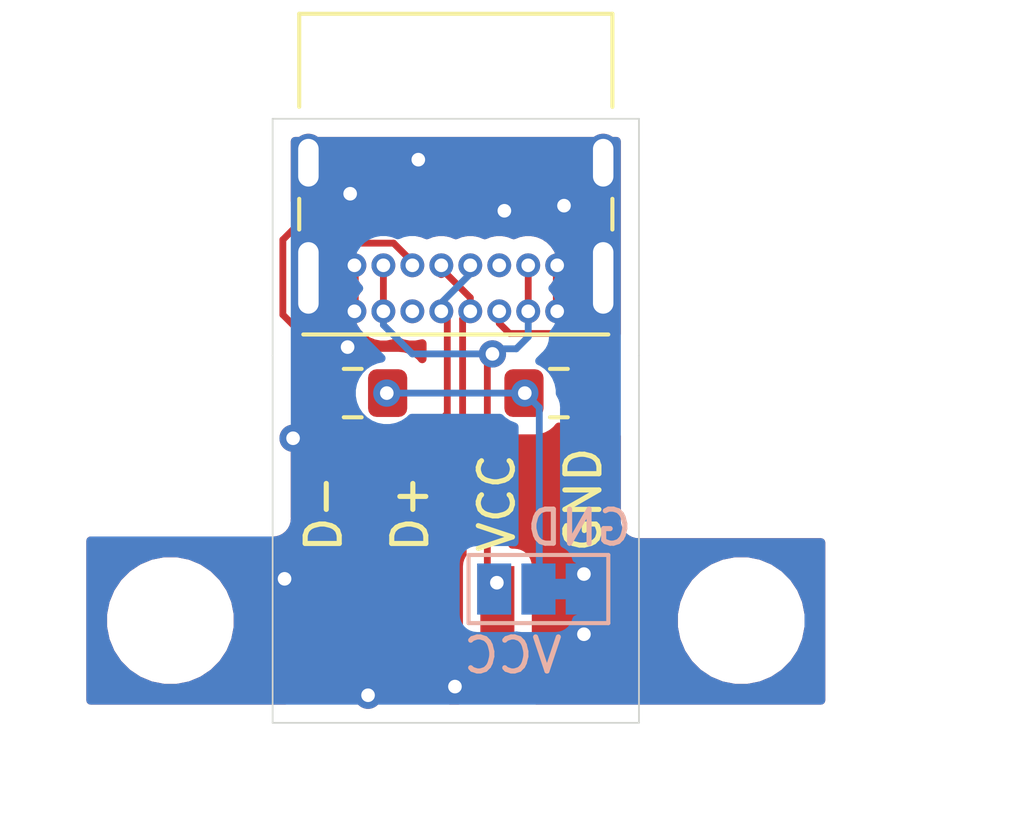
<source format=kicad_pcb>
(kicad_pcb (version 20171130) (host pcbnew 5.1.8)

  (general
    (thickness 1.6)
    (drawings 10)
    (tracks 75)
    (zones 0)
    (modules 5)
    (nets 8)
  )

  (page A4)
  (layers
    (0 F.Cu signal)
    (31 B.Cu signal)
    (32 B.Adhes user hide)
    (33 F.Adhes user hide)
    (34 B.Paste user hide)
    (35 F.Paste user hide)
    (36 B.SilkS user)
    (37 F.SilkS user)
    (38 B.Mask user)
    (39 F.Mask user)
    (40 Dwgs.User user hide)
    (41 Cmts.User user hide)
    (42 Eco1.User user hide)
    (43 Eco2.User user hide)
    (44 Edge.Cuts user)
    (45 Margin user hide)
    (46 B.CrtYd user)
    (47 F.CrtYd user)
    (48 B.Fab user hide)
    (49 F.Fab user hide)
  )

  (setup
    (last_trace_width 0.2)
    (user_trace_width 0.2)
    (trace_clearance 0.2)
    (zone_clearance 0.508)
    (zone_45_only yes)
    (trace_min 0.2)
    (via_size 0.8)
    (via_drill 0.4)
    (via_min_size 0.4)
    (via_min_drill 0.3)
    (uvia_size 0.3)
    (uvia_drill 0.1)
    (uvias_allowed no)
    (uvia_min_size 0.2)
    (uvia_min_drill 0.1)
    (edge_width 0.05)
    (segment_width 0.2)
    (pcb_text_width 0.3)
    (pcb_text_size 1.5 1.5)
    (mod_edge_width 0.12)
    (mod_text_size 1 1)
    (mod_text_width 0.15)
    (pad_size 1.524 1.524)
    (pad_drill 0.762)
    (pad_to_mask_clearance 0)
    (aux_axis_origin 0 0)
    (visible_elements FFFFFF7F)
    (pcbplotparams
      (layerselection 0x010fc_ffffffff)
      (usegerberextensions false)
      (usegerberattributes true)
      (usegerberadvancedattributes true)
      (creategerberjobfile true)
      (excludeedgelayer true)
      (linewidth 0.100000)
      (plotframeref false)
      (viasonmask false)
      (mode 1)
      (useauxorigin false)
      (hpglpennumber 1)
      (hpglpenspeed 20)
      (hpglpendiameter 15.000000)
      (psnegative false)
      (psa4output false)
      (plotreference true)
      (plotvalue true)
      (plotinvisibletext false)
      (padsonsilk false)
      (subtractmaskfromsilk false)
      (outputformat 1)
      (mirror false)
      (drillshape 1)
      (scaleselection 1)
      (outputdirectory ""))
  )

  (net 0 "")
  (net 1 /D+)
  (net 2 GND)
  (net 3 VCC)
  (net 4 "Net-(J1-PadB5)")
  (net 5 /D-)
  (net 6 "Net-(J1-PadA5)")
  (net 7 "Net-(JP1-Pad2)")

  (net_class Default "This is the default net class."
    (clearance 0.2)
    (trace_width 0.2)
    (via_dia 0.8)
    (via_drill 0.4)
    (uvia_dia 0.3)
    (uvia_drill 0.1)
    (add_net /D+)
    (add_net /D-)
    (add_net GND)
    (add_net "Net-(J1-PadA5)")
    (add_net "Net-(J1-PadB5)")
    (add_net "Net-(JP1-Pad2)")
    (add_net VCC)
  )

  (module Connectors:1X04_SMD_LONG (layer F.Cu) (tedit 5FD11165) (tstamp 5FD0FFE7)
    (at 124.475 99.975)
    (descr "SMD - 4 PIN W/ LONG SOLDER PADS")
    (tags "SMD - 4 PIN W/ LONG SOLDER PADS")
    (path /5FCFFE88)
    (attr smd)
    (fp_text reference J2 (at -5.08 -5.08 90) (layer F.SilkS) hide
      (effects (font (size 0.6096 0.6096) (thickness 0.127)))
    )
    (fp_text value Conn_01x04_Male (at 5.08 -5.08 90) (layer F.SilkS) hide
      (effects (font (size 0.6096 0.6096) (thickness 0.127)))
    )
    (fp_text user D- (at -3.825 -9.043 90) (layer F.SilkS)
      (effects (font (size 1 1) (thickness 0.15)))
    )
    (fp_text user D+ (at -1.285 -9.043 90) (layer F.SilkS)
      (effects (font (size 1 1) (thickness 0.15)))
    )
    (fp_text user VCC (at 1.255 -9.352524 90) (layer F.SilkS)
      (effects (font (size 1 1) (thickness 0.15)))
    )
    (fp_text user GND (at 3.795 -9.447762 90) (layer F.SilkS)
      (effects (font (size 1 1) (thickness 0.15)))
    )
    (pad 4 smd rect (at 3.81 -5.4991 90) (size 3.99796 0.99822) (layers F.Cu F.Paste F.Mask)
      (net 2 GND) (solder_mask_margin 0.1016))
    (pad 3 smd rect (at 1.27 -5.4991 90) (size 3.99796 0.99822) (layers F.Cu F.Paste F.Mask)
      (net 3 VCC) (solder_mask_margin 0.1016))
    (pad 2 smd rect (at -1.27 -5.4991 90) (size 3.99796 0.99822) (layers F.Cu F.Paste F.Mask)
      (net 1 /D+) (solder_mask_margin 0.1016))
    (pad 1 smd rect (at -3.81 -5.4991 90) (size 3.99796 0.99822) (layers F.Cu F.Paste F.Mask)
      (net 5 /D-) (solder_mask_margin 0.1016))
  )

  (module Resistor_SMD:R_0805_2012Metric_Pad1.15x1.40mm_HandSolder (layer F.Cu) (tedit 5B36C52B) (tstamp 5FD1002C)
    (at 121.5 87.4 180)
    (descr "Resistor SMD 0805 (2012 Metric), square (rectangular) end terminal, IPC_7351 nominal with elongated pad for handsoldering. (Body size source: https://docs.google.com/spreadsheets/d/1BsfQQcO9C6DZCsRaXUlFlo91Tg2WpOkGARC1WS5S8t0/edit?usp=sharing), generated with kicad-footprint-generator")
    (tags "resistor handsolder")
    (path /5FD1351A)
    (attr smd)
    (fp_text reference R3 (at 0 -1.65) (layer F.SilkS) hide
      (effects (font (size 1 1) (thickness 0.15)))
    )
    (fp_text value 5.1k (at 0 1.65) (layer F.Fab)
      (effects (font (size 1 1) (thickness 0.15)))
    )
    (fp_line (start -1 0.6) (end -1 -0.6) (layer F.Fab) (width 0.1))
    (fp_line (start -1 -0.6) (end 1 -0.6) (layer F.Fab) (width 0.1))
    (fp_line (start 1 -0.6) (end 1 0.6) (layer F.Fab) (width 0.1))
    (fp_line (start 1 0.6) (end -1 0.6) (layer F.Fab) (width 0.1))
    (fp_line (start -0.261252 -0.71) (end 0.261252 -0.71) (layer F.SilkS) (width 0.12))
    (fp_line (start -0.261252 0.71) (end 0.261252 0.71) (layer F.SilkS) (width 0.12))
    (fp_line (start -1.85 0.95) (end -1.85 -0.95) (layer F.CrtYd) (width 0.05))
    (fp_line (start -1.85 -0.95) (end 1.85 -0.95) (layer F.CrtYd) (width 0.05))
    (fp_line (start 1.85 -0.95) (end 1.85 0.95) (layer F.CrtYd) (width 0.05))
    (fp_line (start 1.85 0.95) (end -1.85 0.95) (layer F.CrtYd) (width 0.05))
    (fp_text user %R (at 0 0) (layer F.Fab)
      (effects (font (size 0.5 0.5) (thickness 0.08)))
    )
    (pad 2 smd roundrect (at 1.025 0 180) (size 1.15 1.4) (layers F.Cu F.Paste F.Mask) (roundrect_rratio 0.217391)
      (net 4 "Net-(J1-PadB5)"))
    (pad 1 smd roundrect (at -1.025 0 180) (size 1.15 1.4) (layers F.Cu F.Paste F.Mask) (roundrect_rratio 0.217391)
      (net 7 "Net-(JP1-Pad2)"))
    (model ${KISYS3DMOD}/Resistor_SMD.3dshapes/R_0805_2012Metric.wrl
      (at (xyz 0 0 0))
      (scale (xyz 1 1 1))
      (rotate (xyz 0 0 0))
    )
  )

  (module Resistor_SMD:R_0805_2012Metric_Pad1.15x1.40mm_HandSolder (layer F.Cu) (tedit 5B36C52B) (tstamp 5FD1001B)
    (at 127.55 87.4)
    (descr "Resistor SMD 0805 (2012 Metric), square (rectangular) end terminal, IPC_7351 nominal with elongated pad for handsoldering. (Body size source: https://docs.google.com/spreadsheets/d/1BsfQQcO9C6DZCsRaXUlFlo91Tg2WpOkGARC1WS5S8t0/edit?usp=sharing), generated with kicad-footprint-generator")
    (tags "resistor handsolder")
    (path /5FD1256A)
    (attr smd)
    (fp_text reference R2 (at 0 -1.65) (layer F.SilkS) hide
      (effects (font (size 1 1) (thickness 0.15)))
    )
    (fp_text value 5.1k (at 0 1.65) (layer F.Fab)
      (effects (font (size 1 1) (thickness 0.15)))
    )
    (fp_line (start -1 0.6) (end -1 -0.6) (layer F.Fab) (width 0.1))
    (fp_line (start -1 -0.6) (end 1 -0.6) (layer F.Fab) (width 0.1))
    (fp_line (start 1 -0.6) (end 1 0.6) (layer F.Fab) (width 0.1))
    (fp_line (start 1 0.6) (end -1 0.6) (layer F.Fab) (width 0.1))
    (fp_line (start -0.261252 -0.71) (end 0.261252 -0.71) (layer F.SilkS) (width 0.12))
    (fp_line (start -0.261252 0.71) (end 0.261252 0.71) (layer F.SilkS) (width 0.12))
    (fp_line (start -1.85 0.95) (end -1.85 -0.95) (layer F.CrtYd) (width 0.05))
    (fp_line (start -1.85 -0.95) (end 1.85 -0.95) (layer F.CrtYd) (width 0.05))
    (fp_line (start 1.85 -0.95) (end 1.85 0.95) (layer F.CrtYd) (width 0.05))
    (fp_line (start 1.85 0.95) (end -1.85 0.95) (layer F.CrtYd) (width 0.05))
    (fp_text user %R (at 0 0) (layer F.Fab)
      (effects (font (size 0.5 0.5) (thickness 0.08)))
    )
    (pad 2 smd roundrect (at 1.025 0) (size 1.15 1.4) (layers F.Cu F.Paste F.Mask) (roundrect_rratio 0.217391)
      (net 6 "Net-(J1-PadA5)"))
    (pad 1 smd roundrect (at -1.025 0) (size 1.15 1.4) (layers F.Cu F.Paste F.Mask) (roundrect_rratio 0.217391)
      (net 7 "Net-(JP1-Pad2)"))
    (model ${KISYS3DMOD}/Resistor_SMD.3dshapes/R_0805_2012Metric.wrl
      (at (xyz 0 0 0))
      (scale (xyz 1 1 1))
      (rotate (xyz 0 0 0))
    )
  )

  (module Jumper:SolderJumper-3_P1.3mm_Bridged12_Pad1.0x1.5mm_NumberLabels (layer B.Cu) (tedit 5C756B5B) (tstamp 5FD10E03)
    (at 126.95 93.15 180)
    (descr "SMD Solder Jumper, 1x1.5mm Pads, 0.3mm gap, pads 1-2 bridged with 1 copper strip, labeled with numbers")
    (tags "solder jumper open")
    (path /5FD3FA78)
    (attr virtual)
    (fp_text reference JP1 (at 0 1.8) (layer B.SilkS) hide
      (effects (font (size 1 1) (thickness 0.15)) (justify mirror))
    )
    (fp_text value SolderJumper_3_Bridged12 (at 0 -1.9) (layer B.Fab)
      (effects (font (size 1 1) (thickness 0.15)) (justify mirror))
    )
    (fp_line (start -2.05 -1) (end -2.05 1) (layer B.SilkS) (width 0.12))
    (fp_line (start 2.05 -1) (end -2.05 -1) (layer B.SilkS) (width 0.12))
    (fp_line (start 2.05 1) (end 2.05 -1) (layer B.SilkS) (width 0.12))
    (fp_line (start -2.05 1) (end 2.05 1) (layer B.SilkS) (width 0.12))
    (fp_line (start -2.3 1.25) (end 2.3 1.25) (layer B.CrtYd) (width 0.05))
    (fp_line (start -2.3 1.25) (end -2.3 -1.25) (layer B.CrtYd) (width 0.05))
    (fp_line (start 2.3 -1.25) (end 2.3 1.25) (layer B.CrtYd) (width 0.05))
    (fp_line (start 2.3 -1.25) (end -2.3 -1.25) (layer B.CrtYd) (width 0.05))
    (fp_poly (pts (xy -0.9 0.3) (xy -0.4 0.3) (xy -0.4 -0.3) (xy -0.9 -0.3)) (layer B.Cu) (width 0))
    (fp_text user GND (at -1.2 1.8 180) (layer B.SilkS)
      (effects (font (size 1 1) (thickness 0.15)) (justify mirror))
    )
    (fp_text user VCC (at 0.75 -1.95 180) (layer B.SilkS)
      (effects (font (size 1 1) (thickness 0.15)) (justify mirror))
    )
    (pad 2 smd rect (at 0 0 180) (size 1 1.5) (layers B.Cu B.Mask)
      (net 7 "Net-(JP1-Pad2)"))
    (pad 3 smd rect (at 1.3 0 180) (size 1 1.5) (layers B.Cu B.Mask)
      (net 3 VCC))
    (pad 1 smd rect (at -1.3 0 180) (size 1 1.5) (layers B.Cu B.Mask)
      (net 2 GND))
  )

  (module Connector_USB:USB_C_Receptacle_GCT_USB4085 (layer F.Cu) (tedit 5BCCCD93) (tstamp 5FD0FFCF)
    (at 127.5 85 180)
    (descr "USB 2.0 Type C Receptacle, https://gct.co/Files/Drawings/USB4085.pdf")
    (tags "USB Type-C Receptacle Through-hole Right angle")
    (path /5FD5D35C)
    (fp_text reference J1 (at 2.975 -1.8) (layer F.SilkS) hide
      (effects (font (size 1 1) (thickness 0.15)))
    )
    (fp_text value USB_C_Receptacle_USB2.0 (at 2.975 9.925) (layer F.Fab)
      (effects (font (size 1 1) (thickness 0.15)))
    )
    (fp_line (start -1.5 -0.56) (end 7.45 -0.56) (layer F.Fab) (width 0.1))
    (fp_line (start -1.5 8.61) (end 7.45 8.61) (layer F.Fab) (width 0.1))
    (fp_line (start -1.62 8.73) (end 7.57 8.73) (layer F.SilkS) (width 0.12))
    (fp_line (start -1.5 -0.68) (end 7.45 -0.68) (layer F.SilkS) (width 0.12))
    (fp_line (start -1.5 -0.56) (end -1.5 8.61) (layer F.Fab) (width 0.1))
    (fp_line (start 7.45 -0.56) (end 7.45 8.61) (layer F.Fab) (width 0.1))
    (fp_line (start 7.57 6) (end 7.57 8.73) (layer F.SilkS) (width 0.12))
    (fp_line (start -1.62 6) (end -1.62 8.73) (layer F.SilkS) (width 0.12))
    (fp_line (start 7.57 2.4) (end 7.57 3.3) (layer F.SilkS) (width 0.12))
    (fp_line (start -1.62 2.4) (end -1.62 3.3) (layer F.SilkS) (width 0.12))
    (fp_line (start -2.3 -1.06) (end -2.3 9.11) (layer F.CrtYd) (width 0.05))
    (fp_line (start -2.3 9.11) (end 8.25 9.11) (layer F.CrtYd) (width 0.05))
    (fp_line (start -2.3 -1.06) (end 8.25 -1.06) (layer F.CrtYd) (width 0.05))
    (fp_line (start 8.25 -1.06) (end 8.25 9.11) (layer F.CrtYd) (width 0.05))
    (fp_line (start -0.025 6.1) (end 5.975 6.1) (layer F.Fab) (width 0.1))
    (fp_text user %R (at 2.975 4.025) (layer F.Fab)
      (effects (font (size 1 1) (thickness 0.15)))
    )
    (fp_text user "PCB Edge" (at 2.975 6.1) (layer Dwgs.User)
      (effects (font (size 0.5 0.5) (thickness 0.1)))
    )
    (pad S1 thru_hole oval (at 7.3 4.36 180) (size 0.9 1.7) (drill oval 0.6 1.4) (layers *.Cu *.Mask)
      (net 2 GND))
    (pad S1 thru_hole oval (at -1.35 4.36 180) (size 0.9 1.7) (drill oval 0.6 1.4) (layers *.Cu *.Mask)
      (net 2 GND))
    (pad S1 thru_hole oval (at 7.3 0.98 180) (size 0.9 2.4) (drill oval 0.6 2.1) (layers *.Cu *.Mask)
      (net 2 GND))
    (pad S1 thru_hole oval (at -1.35 0.98 180) (size 0.9 2.4) (drill oval 0.6 2.1) (layers *.Cu *.Mask)
      (net 2 GND))
    (pad B6 thru_hole circle (at 3.4 1.35 180) (size 0.7 0.7) (drill 0.4) (layers *.Cu *.Mask)
      (net 1 /D+))
    (pad B1 thru_hole circle (at 5.95 1.35 180) (size 0.7 0.7) (drill 0.4) (layers *.Cu *.Mask)
      (net 2 GND))
    (pad B4 thru_hole circle (at 5.1 1.35 180) (size 0.7 0.7) (drill 0.4) (layers *.Cu *.Mask)
      (net 3 VCC))
    (pad B5 thru_hole circle (at 4.25 1.35 180) (size 0.7 0.7) (drill 0.4) (layers *.Cu *.Mask)
      (net 4 "Net-(J1-PadB5)"))
    (pad B12 thru_hole circle (at 0 1.35 180) (size 0.7 0.7) (drill 0.4) (layers *.Cu *.Mask)
      (net 2 GND))
    (pad B8 thru_hole circle (at 1.7 1.35 180) (size 0.7 0.7) (drill 0.4) (layers *.Cu *.Mask))
    (pad B7 thru_hole circle (at 2.55 1.35 180) (size 0.7 0.7) (drill 0.4) (layers *.Cu *.Mask)
      (net 5 /D-))
    (pad B9 thru_hole circle (at 0.85 1.35 180) (size 0.7 0.7) (drill 0.4) (layers *.Cu *.Mask)
      (net 3 VCC))
    (pad A12 thru_hole circle (at 5.95 0 180) (size 0.7 0.7) (drill 0.4) (layers *.Cu *.Mask)
      (net 2 GND))
    (pad A9 thru_hole circle (at 5.1 0 180) (size 0.7 0.7) (drill 0.4) (layers *.Cu *.Mask)
      (net 3 VCC))
    (pad A8 thru_hole circle (at 4.25 0 180) (size 0.7 0.7) (drill 0.4) (layers *.Cu *.Mask))
    (pad A7 thru_hole circle (at 3.4 0 180) (size 0.7 0.7) (drill 0.4) (layers *.Cu *.Mask)
      (net 5 /D-))
    (pad A6 thru_hole circle (at 2.55 0 180) (size 0.7 0.7) (drill 0.4) (layers *.Cu *.Mask)
      (net 1 /D+))
    (pad A5 thru_hole circle (at 1.7 0 180) (size 0.7 0.7) (drill 0.4) (layers *.Cu *.Mask)
      (net 6 "Net-(J1-PadA5)"))
    (pad A4 thru_hole circle (at 0.85 0 180) (size 0.7 0.7) (drill 0.4) (layers *.Cu *.Mask)
      (net 3 VCC))
    (pad A1 thru_hole circle (at 0 0 180) (size 0.7 0.7) (drill 0.4) (layers *.Cu *.Mask)
      (net 2 GND))
    (model ${KISYS3DMOD}/Connector_USB.3dshapes/USB_C_Receptacle_GCT_USB4085.wrl
      (at (xyz 0 0 0))
      (scale (xyz 1 1 1))
      (rotate (xyz 0 0 0))
    )
  )

  (gr_arc (start 136.1 84.05) (end 137.699999 87.999999) (angle -130.4745057) (layer Dwgs.User) (width 0.15))
  (gr_arc (start 132.65 91.15) (end 135.499999 91.100001) (angle -92.8734385) (layer Dwgs.User) (width 0.15))
  (gr_arc (start 132.65 91.05) (end 135.549999 88.150001) (angle -301.8424573) (layer Dwgs.User) (width 0.15))
  (gr_circle (center 132.6 91.15) (end 137 88.85) (layer Dwgs.User) (width 0.15))
  (gr_line (start 129.9 97.075) (end 129.9 86.3) (layer Edge.Cuts) (width 0.05) (tstamp 5FD1134D))
  (gr_line (start 119.15 86.3) (end 119.15 97.075) (layer Edge.Cuts) (width 0.05))
  (gr_line (start 129.9 79.35) (end 129.9 86.3) (layer Edge.Cuts) (width 0.05))
  (gr_line (start 119.15 79.35) (end 129.9 79.35) (layer Edge.Cuts) (width 0.05))
  (gr_line (start 119.15 86.3) (end 119.15 79.35) (layer Edge.Cuts) (width 0.05) (tstamp 5FD16670))
  (gr_line (start 129.9 97.075) (end 119.15 97.075) (layer Edge.Cuts) (width 0.05))

  (segment (start 124.1 83.65) (end 124.1 83.9) (width 0.25) (layer F.Cu) (net 1))
  (segment (start 124.9 85.05) (end 124.95 85) (width 0.2) (layer F.Cu) (net 1))
  (segment (start 124.1 83.65) (end 124.1 83.75) (width 0.2) (layer F.Cu) (net 1))
  (segment (start 124.95 84.6) (end 124.95 85) (width 0.2) (layer F.Cu) (net 1))
  (segment (start 124.1 83.75) (end 124.95 84.6) (width 0.2) (layer F.Cu) (net 1))
  (segment (start 122.185 93.4559) (end 123.205 94.4759) (width 0.2) (layer F.Cu) (net 1))
  (segment (start 122.185 89.3832) (end 122.185 93.4559) (width 0.2) (layer F.Cu) (net 1))
  (segment (start 123.9432 88.975) (end 122.5932 88.975) (width 0.2) (layer F.Cu) (net 1))
  (segment (start 122.5932 88.975) (end 122.185 89.3832) (width 0.2) (layer F.Cu) (net 1))
  (segment (start 124.725 88.1932) (end 123.9432 88.975) (width 0.2) (layer F.Cu) (net 1))
  (segment (start 124.725 85.225) (end 124.725 88.1932) (width 0.2) (layer F.Cu) (net 1))
  (segment (start 124.95 85) (end 124.725 85.225) (width 0.2) (layer F.Cu) (net 1))
  (segment (start 127.5 83.65) (end 127.5 85) (width 0.25) (layer F.Cu) (net 2))
  (segment (start 121.55 83.65) (end 121.55 85) (width 0.25) (layer F.Cu) (net 2))
  (segment (start 121.18 84.02) (end 121.55 83.65) (width 0.25) (layer F.Cu) (net 2))
  (segment (start 120.2 84.02) (end 121.18 84.02) (width 0.25) (layer F.Cu) (net 2))
  (segment (start 127.87 84.02) (end 127.5 83.65) (width 0.25) (layer F.Cu) (net 2))
  (segment (start 128.85 84.02) (end 127.87 84.02) (width 0.25) (layer F.Cu) (net 2))
  (segment (start 121.55 85) (end 121.5 85) (width 0.25) (layer F.Cu) (net 2))
  (via (at 121.425 81.55) (size 0.8) (drill 0.4) (layers F.Cu B.Cu) (net 2))
  (via (at 127.7 81.9) (size 0.8) (drill 0.4) (layers F.Cu B.Cu) (net 2))
  (via (at 123.425 80.55) (size 0.8) (drill 0.4) (layers F.Cu B.Cu) (net 2))
  (via (at 125.95 82.05) (size 0.8) (drill 0.4) (layers F.Cu B.Cu) (net 2))
  (via (at 121.35 86.05) (size 0.8) (drill 0.4) (layers F.Cu B.Cu) (net 2))
  (via (at 119.75 88.725) (size 0.8) (drill 0.4) (layers F.Cu B.Cu) (net 2))
  (via (at 119.5 92.85) (size 0.8) (drill 0.4) (layers F.Cu B.Cu) (net 2))
  (via (at 128.285 94.4759) (size 0.8) (drill 0.4) (layers F.Cu B.Cu) (net 2))
  (via (at 128.285 92.71) (size 0.8) (drill 0.4) (layers F.Cu B.Cu) (net 2))
  (via (at 121.95 96.266) (size 0.8) (drill 0.4) (layers F.Cu B.Cu) (net 2))
  (via (at 124.5 96.012) (size 0.8) (drill 0.4) (layers F.Cu B.Cu) (net 2))
  (segment (start 122.4 85) (end 122.4 83.65) (width 0.2) (layer F.Cu) (net 3))
  (segment (start 126.65 85) (end 126.65 83.65) (width 0.2) (layer F.Cu) (net 3))
  (segment (start 126.65 85.75) (end 126.3 86.1) (width 0.2) (layer B.Cu) (net 3))
  (segment (start 126.65 85) (end 126.65 85.75) (width 0.2) (layer B.Cu) (net 3))
  (via (at 125.6 86.25) (size 0.8) (drill 0.4) (layers F.Cu B.Cu) (net 3))
  (segment (start 125.75 86.1) (end 125.6 86.25) (width 0.2) (layer B.Cu) (net 3))
  (segment (start 126.3 86.1) (end 125.75 86.1) (width 0.2) (layer B.Cu) (net 3))
  (segment (start 122.4 85) (end 122.4 85.4) (width 0.2) (layer B.Cu) (net 3))
  (segment (start 123.25 86.25) (end 125.6 86.25) (width 0.2) (layer B.Cu) (net 3))
  (segment (start 122.4 85.4) (end 123.25 86.25) (width 0.2) (layer B.Cu) (net 3))
  (segment (start 125.45 86.4) (end 125.6 86.25) (width 0.2) (layer F.Cu) (net 3))
  (segment (start 125.45 92.684) (end 125.45 86.4) (width 0.2) (layer F.Cu) (net 3))
  (segment (start 125.73 92.964) (end 125.45 92.684) (width 0.2) (layer F.Cu) (net 3))
  (via (at 125.73 92.964) (size 0.8) (drill 0.4) (layers F.Cu B.Cu) (net 3))
  (segment (start 120.475 86.125) (end 120.475 87.4) (width 0.2) (layer F.Cu) (net 4))
  (segment (start 119.45 82.9) (end 119.45 85.1) (width 0.2) (layer F.Cu) (net 4))
  (segment (start 119.85 82.5) (end 119.45 82.9) (width 0.2) (layer F.Cu) (net 4))
  (segment (start 119.45 85.1) (end 120.475 86.125) (width 0.2) (layer F.Cu) (net 4))
  (segment (start 121.05 83) (end 120.55 82.5) (width 0.2) (layer F.Cu) (net 4))
  (segment (start 120.55 82.5) (end 119.85 82.5) (width 0.2) (layer F.Cu) (net 4))
  (segment (start 122.7 83) (end 121.05 83) (width 0.2) (layer F.Cu) (net 4))
  (segment (start 123.25 83.55) (end 122.7 83) (width 0.2) (layer F.Cu) (net 4))
  (segment (start 123.25 83.65) (end 123.25 83.55) (width 0.2) (layer F.Cu) (net 4))
  (segment (start 124.1 84.8) (end 124.1 85) (width 0.25) (layer B.Cu) (net 5))
  (segment (start 124.1 85.2) (end 124.1 85) (width 0.2) (layer F.Cu) (net 5))
  (segment (start 124.95 83.65) (end 124.95 83.9) (width 0.2) (layer B.Cu) (net 5))
  (segment (start 124.1 84.75) (end 124.1 85) (width 0.2) (layer B.Cu) (net 5))
  (segment (start 124.95 83.9) (end 124.1 84.75) (width 0.2) (layer B.Cu) (net 5))
  (segment (start 121.735 89.1968) (end 121.735 93.4059) (width 0.2) (layer F.Cu) (net 5))
  (segment (start 121.735 93.4059) (end 120.665 94.4759) (width 0.2) (layer F.Cu) (net 5))
  (segment (start 122.4068 88.525) (end 121.735 89.1968) (width 0.2) (layer F.Cu) (net 5))
  (segment (start 123.7568 88.525) (end 122.4068 88.525) (width 0.2) (layer F.Cu) (net 5))
  (segment (start 124.275 88.0068) (end 123.7568 88.525) (width 0.2) (layer F.Cu) (net 5))
  (segment (start 124.275 85.175) (end 124.275 88.0068) (width 0.2) (layer F.Cu) (net 5))
  (segment (start 124.1 85) (end 124.275 85.175) (width 0.2) (layer F.Cu) (net 5))
  (segment (start 128.575 85.975) (end 128.575 87.4) (width 0.2) (layer F.Cu) (net 6))
  (segment (start 128.25 85.65) (end 128.575 85.975) (width 0.2) (layer F.Cu) (net 6))
  (segment (start 126.1 85.65) (end 128.25 85.65) (width 0.2) (layer F.Cu) (net 6))
  (segment (start 125.8 85.35) (end 126.1 85.65) (width 0.2) (layer F.Cu) (net 6))
  (segment (start 125.8 85) (end 125.8 85.35) (width 0.2) (layer F.Cu) (net 6))
  (via (at 122.5 87.4) (size 0.8) (drill 0.4) (layers F.Cu B.Cu) (net 7))
  (via (at 126.55 87.4) (size 0.8) (drill 0.4) (layers F.Cu B.Cu) (net 7))
  (segment (start 122.5 87.4) (end 126.55 87.4) (width 0.2) (layer B.Cu) (net 7))
  (segment (start 126.975 87.825) (end 126.55 87.4) (width 0.2) (layer B.Cu) (net 7))
  (segment (start 126.975 93.218) (end 126.975 87.825) (width 0.2) (layer B.Cu) (net 7))

  (zone (net 2) (net_name GND) (layer F.Cu) (tstamp 0) (hatch edge 0.508)
    (connect_pads yes (clearance 0.508))
    (min_thickness 0.254)
    (fill yes (arc_segments 32) (thermal_gap 0.508) (thermal_bridge_width 0.508))
    (polygon
      (pts
        (xy 141.2 98.325) (xy 111.15 98.475) (xy 111.15 79.325) (xy 141.2 79.175)
      )
    )
    (filled_polygon
      (pts
        (xy 127.622038 88.477962) (xy 127.756613 88.588405) (xy 127.910149 88.670472) (xy 128.076745 88.721008) (xy 128.249999 88.738072)
        (xy 128.900001 88.738072) (xy 129.073255 88.721008) (xy 129.239851 88.670472) (xy 129.240001 88.670392) (xy 129.24 91.092581)
        (xy 129.236807 91.125) (xy 129.24955 91.254383) (xy 129.28729 91.378793) (xy 129.348575 91.49345) (xy 129.370352 91.519985)
        (xy 129.431052 91.593948) (xy 129.53155 91.676425) (xy 129.646207 91.73771) (xy 129.770617 91.77545) (xy 129.9 91.788193)
        (xy 129.932419 91.785) (xy 135.240001 91.785) (xy 135.24 96.415) (xy 126.882182 96.415) (xy 126.882182 93.879495)
        (xy 130.915 93.879495) (xy 130.915 94.270505) (xy 130.991282 94.654003) (xy 131.140915 95.01525) (xy 131.358149 95.340364)
        (xy 131.634636 95.616851) (xy 131.95975 95.834085) (xy 132.320997 95.983718) (xy 132.704495 96.06) (xy 133.095505 96.06)
        (xy 133.479003 95.983718) (xy 133.84025 95.834085) (xy 134.165364 95.616851) (xy 134.441851 95.340364) (xy 134.659085 95.01525)
        (xy 134.808718 94.654003) (xy 134.885 94.270505) (xy 134.885 93.879495) (xy 134.808718 93.495997) (xy 134.659085 93.13475)
        (xy 134.441851 92.809636) (xy 134.165364 92.533149) (xy 133.84025 92.315915) (xy 133.479003 92.166282) (xy 133.095505 92.09)
        (xy 132.704495 92.09) (xy 132.320997 92.166282) (xy 131.95975 92.315915) (xy 131.634636 92.533149) (xy 131.358149 92.809636)
        (xy 131.140915 93.13475) (xy 130.991282 93.495997) (xy 130.915 93.879495) (xy 126.882182 93.879495) (xy 126.882182 92.47692)
        (xy 126.869922 92.352438) (xy 126.833612 92.23274) (xy 126.774647 92.122426) (xy 126.695295 92.025735) (xy 126.598604 91.946383)
        (xy 126.48829 91.887418) (xy 126.368592 91.851108) (xy 126.24411 91.838848) (xy 126.185 91.838848) (xy 126.185 88.736595)
        (xy 126.199999 88.738072) (xy 126.850001 88.738072) (xy 127.023255 88.721008) (xy 127.189851 88.670472) (xy 127.343387 88.588405)
        (xy 127.477962 88.477962) (xy 127.55 88.390184)
      )
    )
    (filled_polygon
      (pts
        (xy 124.715 92.123086) (xy 124.656388 92.23274) (xy 124.620078 92.352438) (xy 124.607818 92.47692) (xy 124.607818 96.415)
        (xy 124.342182 96.415) (xy 124.342182 92.47692) (xy 124.329922 92.352438) (xy 124.293612 92.23274) (xy 124.234647 92.122426)
        (xy 124.155295 92.025735) (xy 124.058604 91.946383) (xy 123.94829 91.887418) (xy 123.828592 91.851108) (xy 123.793657 91.847667)
        (xy 123.844086 91.786219) (xy 123.912336 91.658533) (xy 123.954365 91.519984) (xy 123.968555 91.375899) (xy 123.954365 91.231814)
        (xy 123.912336 91.093266) (xy 123.844086 90.965579) (xy 123.775253 90.881706) (xy 122.92 90.026454) (xy 122.92 89.71)
        (xy 123.907095 89.71) (xy 123.9432 89.713556) (xy 123.979305 89.71) (xy 124.087285 89.699365) (xy 124.225833 89.657337)
        (xy 124.35352 89.589087) (xy 124.465438 89.497238) (xy 124.488458 89.469188) (xy 124.715001 89.242646)
      )
    )
    (filled_polygon
      (pts
        (xy 121.240808 88.651546) (xy 121.212763 88.674562) (xy 121.120914 88.78648) (xy 121.109608 88.807633) (xy 121.052664 88.914167)
        (xy 121.010635 89.052715) (xy 120.996444 89.1968) (xy 121.000001 89.232915) (xy 121 90.026453) (xy 120.144747 90.881707)
        (xy 120.075914 90.965581) (xy 120.007664 91.093267) (xy 119.965635 91.231815) (xy 119.951444 91.3759) (xy 119.965635 91.519985)
        (xy 120.007664 91.658533) (xy 120.075914 91.786219) (xy 120.122604 91.843111) (xy 120.041408 91.851108) (xy 119.92171 91.887418)
        (xy 119.811396 91.946383) (xy 119.714705 92.025735) (xy 119.635353 92.122426) (xy 119.576388 92.23274) (xy 119.540078 92.352438)
        (xy 119.527818 92.47692) (xy 119.527818 96.415) (xy 113.81 96.415) (xy 113.81 93.879495) (xy 114.165 93.879495)
        (xy 114.165 94.270505) (xy 114.241282 94.654003) (xy 114.390915 95.01525) (xy 114.608149 95.340364) (xy 114.884636 95.616851)
        (xy 115.20975 95.834085) (xy 115.570997 95.983718) (xy 115.954495 96.06) (xy 116.345505 96.06) (xy 116.729003 95.983718)
        (xy 117.09025 95.834085) (xy 117.415364 95.616851) (xy 117.691851 95.340364) (xy 117.909085 95.01525) (xy 118.058718 94.654003)
        (xy 118.135 94.270505) (xy 118.135 93.879495) (xy 118.058718 93.495997) (xy 117.909085 93.13475) (xy 117.691851 92.809636)
        (xy 117.415364 92.533149) (xy 117.09025 92.315915) (xy 116.729003 92.166282) (xy 116.345505 92.09) (xy 115.954495 92.09)
        (xy 115.570997 92.166282) (xy 115.20975 92.315915) (xy 114.884636 92.533149) (xy 114.608149 92.809636) (xy 114.390915 93.13475)
        (xy 114.241282 93.495997) (xy 114.165 93.879495) (xy 113.81 93.879495) (xy 113.81 91.735) (xy 119.117581 91.735)
        (xy 119.15 91.738193) (xy 119.182419 91.735) (xy 119.279383 91.72545) (xy 119.403793 91.68771) (xy 119.51845 91.626425)
        (xy 119.618948 91.543948) (xy 119.701425 91.44345) (xy 119.76271 91.328793) (xy 119.80045 91.204383) (xy 119.813193 91.075)
        (xy 119.81 91.042581) (xy 119.81 88.670392) (xy 119.810149 88.670472) (xy 119.976745 88.721008) (xy 120.149999 88.738072)
        (xy 120.800001 88.738072) (xy 120.973255 88.721008) (xy 121.139851 88.670472) (xy 121.293387 88.588405) (xy 121.352286 88.540068)
      )
    )
    (filled_polygon
      (pts
        (xy 122.658198 91.843545) (xy 122.581408 91.851108) (xy 122.46171 91.887418) (xy 122.351396 91.946383) (xy 122.254705 92.025735)
        (xy 122.175353 92.122426) (xy 122.116388 92.23274) (xy 122.080078 92.352438) (xy 122.067818 92.47692) (xy 122.067818 96.415)
        (xy 121.802182 96.415) (xy 121.802182 92.47692) (xy 121.789922 92.352438) (xy 121.753612 92.23274) (xy 121.694647 92.122426)
        (xy 121.615295 92.025735) (xy 121.518604 91.946383) (xy 121.40829 91.887418) (xy 121.288592 91.851108) (xy 121.257318 91.848028)
        (xy 121.96 91.145347)
      )
    )
    (filled_polygon
      (pts
        (xy 120.504746 83.494192) (xy 120.527762 83.522238) (xy 120.63968 83.614087) (xy 120.767367 83.682337) (xy 120.905915 83.724365)
        (xy 121.05 83.738556) (xy 121.086105 83.735) (xy 121.415 83.735) (xy 121.415 83.747014) (xy 121.452853 83.937314)
        (xy 121.527104 84.116572) (xy 121.634901 84.277901) (xy 121.665001 84.308001) (xy 121.665 84.342) (xy 121.634901 84.372099)
        (xy 121.527104 84.533428) (xy 121.452853 84.712686) (xy 121.415 84.902986) (xy 121.415 85.097014) (xy 121.452853 85.287314)
        (xy 121.527104 85.466572) (xy 121.634901 85.627901) (xy 121.772099 85.765099) (xy 121.933428 85.872896) (xy 122.112686 85.947147)
        (xy 122.302986 85.985) (xy 122.497014 85.985) (xy 122.687314 85.947147) (xy 122.825 85.890116) (xy 122.962686 85.947147)
        (xy 123.152986 85.985) (xy 123.347014 85.985) (xy 123.537314 85.947147) (xy 123.540001 85.946034) (xy 123.540001 86.397632)
        (xy 123.477962 86.322038) (xy 123.343387 86.211595) (xy 123.189851 86.129528) (xy 123.023255 86.078992) (xy 122.850001 86.061928)
        (xy 122.199999 86.061928) (xy 122.026745 86.078992) (xy 121.860149 86.129528) (xy 121.706613 86.211595) (xy 121.572038 86.322038)
        (xy 121.5 86.409816) (xy 121.427962 86.322038) (xy 121.293387 86.211595) (xy 121.21 86.167024) (xy 121.21 86.161105)
        (xy 121.213556 86.125) (xy 121.199365 85.980915) (xy 121.189411 85.948102) (xy 121.157337 85.842367) (xy 121.089087 85.71468)
        (xy 121.036004 85.649999) (xy 121.020253 85.630806) (xy 121.02025 85.630803) (xy 120.997237 85.602762) (xy 120.969197 85.57975)
        (xy 120.185 84.795554) (xy 120.185 83.235) (xy 120.245554 83.235)
      )
    )
    (filled_polygon
      (pts
        (xy 129.240001 85.659933) (xy 129.189087 85.56468) (xy 129.097237 85.452762) (xy 129.069192 85.429746) (xy 128.795259 85.155813)
        (xy 128.772238 85.127762) (xy 128.66032 85.035913) (xy 128.532633 84.967663) (xy 128.394085 84.925635) (xy 128.286105 84.915)
        (xy 128.25 84.911444) (xy 128.213895 84.915) (xy 127.635 84.915) (xy 127.635 84.902986) (xy 127.597147 84.712686)
        (xy 127.522896 84.533428) (xy 127.415099 84.372099) (xy 127.385 84.342) (xy 127.385 84.308) (xy 127.415099 84.277901)
        (xy 127.522896 84.116572) (xy 127.597147 83.937314) (xy 127.635 83.747014) (xy 127.635 83.552986) (xy 127.597147 83.362686)
        (xy 127.522896 83.183428) (xy 127.415099 83.022099) (xy 127.277901 82.884901) (xy 127.116572 82.777104) (xy 126.937314 82.702853)
        (xy 126.747014 82.665) (xy 126.552986 82.665) (xy 126.362686 82.702853) (xy 126.225 82.759884) (xy 126.087314 82.702853)
        (xy 125.897014 82.665) (xy 125.702986 82.665) (xy 125.512686 82.702853) (xy 125.375 82.759884) (xy 125.237314 82.702853)
        (xy 125.047014 82.665) (xy 124.852986 82.665) (xy 124.662686 82.702853) (xy 124.525 82.759884) (xy 124.387314 82.702853)
        (xy 124.197014 82.665) (xy 124.002986 82.665) (xy 123.812686 82.702853) (xy 123.675 82.759884) (xy 123.537314 82.702853)
        (xy 123.418707 82.679261) (xy 123.245258 82.505812) (xy 123.222238 82.477762) (xy 123.11032 82.385913) (xy 122.982633 82.317663)
        (xy 122.844085 82.275635) (xy 122.736105 82.265) (xy 122.7 82.261444) (xy 122.663895 82.265) (xy 121.354447 82.265)
        (xy 121.095258 82.005812) (xy 121.072238 81.977762) (xy 120.96032 81.885913) (xy 120.832633 81.817663) (xy 120.694085 81.775635)
        (xy 120.586105 81.765) (xy 120.55 81.761444) (xy 120.513895 81.765) (xy 119.886094 81.765) (xy 119.849999 81.761445)
        (xy 119.813904 81.765) (xy 119.813895 81.765) (xy 119.81 81.765384) (xy 119.81 80.01) (xy 129.24 80.01)
      )
    )
  )
  (zone (net 2) (net_name GND) (layer B.Cu) (tstamp 5FD1069D) (hatch edge 0.508)
    (connect_pads yes (clearance 0.508))
    (min_thickness 0.254)
    (fill yes (arc_segments 32) (thermal_gap 0.508) (thermal_bridge_width 0.508))
    (polygon
      (pts
        (xy 141.2 98.325) (xy 111.15 98.475) (xy 111.15 79.325) (xy 141.2 79.175)
      )
    )
    (filled_polygon
      (pts
        (xy 129.240001 86.267581) (xy 129.24 91.092581) (xy 129.236807 91.125) (xy 129.24955 91.254383) (xy 129.28729 91.378793)
        (xy 129.348575 91.49345) (xy 129.390018 91.543948) (xy 129.431052 91.593948) (xy 129.53155 91.676425) (xy 129.646207 91.73771)
        (xy 129.770617 91.77545) (xy 129.9 91.788193) (xy 129.932419 91.785) (xy 135.240001 91.785) (xy 135.24 96.415)
        (xy 113.81 96.415) (xy 113.81 93.879495) (xy 114.165 93.879495) (xy 114.165 94.270505) (xy 114.241282 94.654003)
        (xy 114.390915 95.01525) (xy 114.608149 95.340364) (xy 114.884636 95.616851) (xy 115.20975 95.834085) (xy 115.570997 95.983718)
        (xy 115.954495 96.06) (xy 116.345505 96.06) (xy 116.729003 95.983718) (xy 117.09025 95.834085) (xy 117.415364 95.616851)
        (xy 117.691851 95.340364) (xy 117.909085 95.01525) (xy 118.058718 94.654003) (xy 118.135 94.270505) (xy 118.135 93.879495)
        (xy 118.058718 93.495997) (xy 117.909085 93.13475) (xy 117.691851 92.809636) (xy 117.415364 92.533149) (xy 117.09025 92.315915)
        (xy 116.729003 92.166282) (xy 116.345505 92.09) (xy 115.954495 92.09) (xy 115.570997 92.166282) (xy 115.20975 92.315915)
        (xy 114.884636 92.533149) (xy 114.608149 92.809636) (xy 114.390915 93.13475) (xy 114.241282 93.495997) (xy 114.165 93.879495)
        (xy 113.81 93.879495) (xy 113.81 91.735) (xy 119.117581 91.735) (xy 119.15 91.738193) (xy 119.182419 91.735)
        (xy 119.279383 91.72545) (xy 119.403793 91.68771) (xy 119.51845 91.626425) (xy 119.618948 91.543948) (xy 119.701425 91.44345)
        (xy 119.76271 91.328793) (xy 119.80045 91.204383) (xy 119.813193 91.075) (xy 119.81 91.042581) (xy 119.81 83.552986)
        (xy 121.415 83.552986) (xy 121.415 83.747014) (xy 121.452853 83.937314) (xy 121.527104 84.116572) (xy 121.634901 84.277901)
        (xy 121.682 84.325) (xy 121.634901 84.372099) (xy 121.527104 84.533428) (xy 121.452853 84.712686) (xy 121.415 84.902986)
        (xy 121.415 85.097014) (xy 121.452853 85.287314) (xy 121.527104 85.466572) (xy 121.634901 85.627901) (xy 121.749849 85.742849)
        (xy 121.785913 85.81032) (xy 121.877763 85.922238) (xy 121.905808 85.945254) (xy 122.337583 86.37703) (xy 122.198102 86.404774)
        (xy 122.009744 86.482795) (xy 121.840226 86.596063) (xy 121.696063 86.740226) (xy 121.582795 86.909744) (xy 121.504774 87.098102)
        (xy 121.465 87.298061) (xy 121.465 87.501939) (xy 121.504774 87.701898) (xy 121.582795 87.890256) (xy 121.696063 88.059774)
        (xy 121.840226 88.203937) (xy 122.009744 88.317205) (xy 122.198102 88.395226) (xy 122.398061 88.435) (xy 122.601939 88.435)
        (xy 122.801898 88.395226) (xy 122.990256 88.317205) (xy 123.159774 88.203937) (xy 123.228711 88.135) (xy 125.821289 88.135)
        (xy 125.890226 88.203937) (xy 126.059744 88.317205) (xy 126.240001 88.39187) (xy 126.24 91.770792) (xy 126.15 91.761928)
        (xy 125.15 91.761928) (xy 125.025518 91.774188) (xy 124.90582 91.810498) (xy 124.795506 91.869463) (xy 124.698815 91.948815)
        (xy 124.619463 92.045506) (xy 124.560498 92.15582) (xy 124.524188 92.275518) (xy 124.511928 92.4) (xy 124.511928 93.9)
        (xy 124.524188 94.024482) (xy 124.560498 94.14418) (xy 124.619463 94.254494) (xy 124.698815 94.351185) (xy 124.795506 94.430537)
        (xy 124.90582 94.489502) (xy 125.025518 94.525812) (xy 125.15 94.538072) (xy 126.15 94.538072) (xy 126.274482 94.525812)
        (xy 126.3 94.518071) (xy 126.325518 94.525812) (xy 126.45 94.538072) (xy 127.45 94.538072) (xy 127.574482 94.525812)
        (xy 127.69418 94.489502) (xy 127.804494 94.430537) (xy 127.901185 94.351185) (xy 127.980537 94.254494) (xy 128.039502 94.14418)
        (xy 128.069873 94.04406) (xy 128.087875 94.038762) (xy 128.089847 94.037731) (xy 128.09198 94.037087) (xy 128.144781 94.009012)
        (xy 128.197703 93.981345) (xy 128.199437 93.979951) (xy 128.201404 93.978905) (xy 128.247737 93.941117) (xy 128.294286 93.90369)
        (xy 128.295717 93.901985) (xy 128.297443 93.900577) (xy 128.314883 93.879495) (xy 130.915 93.879495) (xy 130.915 94.270505)
        (xy 130.991282 94.654003) (xy 131.140915 95.01525) (xy 131.358149 95.340364) (xy 131.634636 95.616851) (xy 131.95975 95.834085)
        (xy 132.320997 95.983718) (xy 132.704495 96.06) (xy 133.095505 96.06) (xy 133.479003 95.983718) (xy 133.84025 95.834085)
        (xy 134.165364 95.616851) (xy 134.441851 95.340364) (xy 134.659085 95.01525) (xy 134.808718 94.654003) (xy 134.885 94.270505)
        (xy 134.885 93.879495) (xy 134.808718 93.495997) (xy 134.659085 93.13475) (xy 134.441851 92.809636) (xy 134.165364 92.533149)
        (xy 133.84025 92.315915) (xy 133.479003 92.166282) (xy 133.095505 92.09) (xy 132.704495 92.09) (xy 132.320997 92.166282)
        (xy 131.95975 92.315915) (xy 131.634636 92.533149) (xy 131.358149 92.809636) (xy 131.140915 93.13475) (xy 130.991282 93.495997)
        (xy 130.915 93.879495) (xy 128.314883 93.879495) (xy 128.335539 93.854527) (xy 128.373947 93.808754) (xy 128.37502 93.806802)
        (xy 128.376439 93.805087) (xy 128.404851 93.752539) (xy 128.433651 93.700153) (xy 128.434325 93.698029) (xy 128.435383 93.696072)
        (xy 128.453034 93.63905) (xy 128.471124 93.582024) (xy 128.471373 93.579808) (xy 128.47203 93.577684) (xy 128.478276 93.518257)
        (xy 128.484938 93.458866) (xy 128.484968 93.454596) (xy 128.484985 93.454433) (xy 128.48497 93.45427) (xy 128.485 93.45)
        (xy 128.485 92.85) (xy 128.479166 92.790495) (xy 128.473752 92.731013) (xy 128.473125 92.728882) (xy 128.472907 92.726661)
        (xy 128.455612 92.669379) (xy 128.438762 92.612125) (xy 128.437731 92.610153) (xy 128.437087 92.60802) (xy 128.409012 92.555219)
        (xy 128.381345 92.502297) (xy 128.379951 92.500563) (xy 128.378905 92.498596) (xy 128.341117 92.452263) (xy 128.30369 92.405714)
        (xy 128.301985 92.404283) (xy 128.300577 92.402557) (xy 128.254527 92.364461) (xy 128.208754 92.326053) (xy 128.206802 92.32498)
        (xy 128.205087 92.323561) (xy 128.152539 92.295149) (xy 128.100153 92.266349) (xy 128.098029 92.265675) (xy 128.096072 92.264617)
        (xy 128.070063 92.256566) (xy 128.039502 92.15582) (xy 127.980537 92.045506) (xy 127.901185 91.948815) (xy 127.804494 91.869463)
        (xy 127.71 91.818954) (xy 127.71 87.861105) (xy 127.713556 87.825) (xy 127.699365 87.680915) (xy 127.657337 87.542367)
        (xy 127.589087 87.41468) (xy 127.585 87.4097) (xy 127.585 87.298061) (xy 127.545226 87.098102) (xy 127.467205 86.909744)
        (xy 127.353937 86.740226) (xy 127.209774 86.596063) (xy 127.040256 86.482795) (xy 126.981138 86.458308) (xy 127.144187 86.295259)
        (xy 127.172238 86.272238) (xy 127.264087 86.16032) (xy 127.325082 86.046207) (xy 127.332337 86.032634) (xy 127.374365 85.894085)
        (xy 127.388556 85.75) (xy 127.385 85.713895) (xy 127.385 85.658) (xy 127.415099 85.627901) (xy 127.522896 85.466572)
        (xy 127.597147 85.287314) (xy 127.635 85.097014) (xy 127.635 84.902986) (xy 127.597147 84.712686) (xy 127.522896 84.533428)
        (xy 127.415099 84.372099) (xy 127.368 84.325) (xy 127.415099 84.277901) (xy 127.522896 84.116572) (xy 127.597147 83.937314)
        (xy 127.635 83.747014) (xy 127.635 83.552986) (xy 127.597147 83.362686) (xy 127.522896 83.183428) (xy 127.415099 83.022099)
        (xy 127.277901 82.884901) (xy 127.116572 82.777104) (xy 126.937314 82.702853) (xy 126.747014 82.665) (xy 126.552986 82.665)
        (xy 126.362686 82.702853) (xy 126.225 82.759884) (xy 126.087314 82.702853) (xy 125.897014 82.665) (xy 125.702986 82.665)
        (xy 125.512686 82.702853) (xy 125.375 82.759884) (xy 125.237314 82.702853) (xy 125.047014 82.665) (xy 124.852986 82.665)
        (xy 124.662686 82.702853) (xy 124.525 82.759884) (xy 124.387314 82.702853) (xy 124.197014 82.665) (xy 124.002986 82.665)
        (xy 123.812686 82.702853) (xy 123.675 82.759884) (xy 123.537314 82.702853) (xy 123.347014 82.665) (xy 123.152986 82.665)
        (xy 122.962686 82.702853) (xy 122.825 82.759884) (xy 122.687314 82.702853) (xy 122.497014 82.665) (xy 122.302986 82.665)
        (xy 122.112686 82.702853) (xy 121.933428 82.777104) (xy 121.772099 82.884901) (xy 121.634901 83.022099) (xy 121.527104 83.183428)
        (xy 121.452853 83.362686) (xy 121.415 83.552986) (xy 119.81 83.552986) (xy 119.81 80.01) (xy 129.24 80.01)
      )
    )
  )
)

</source>
